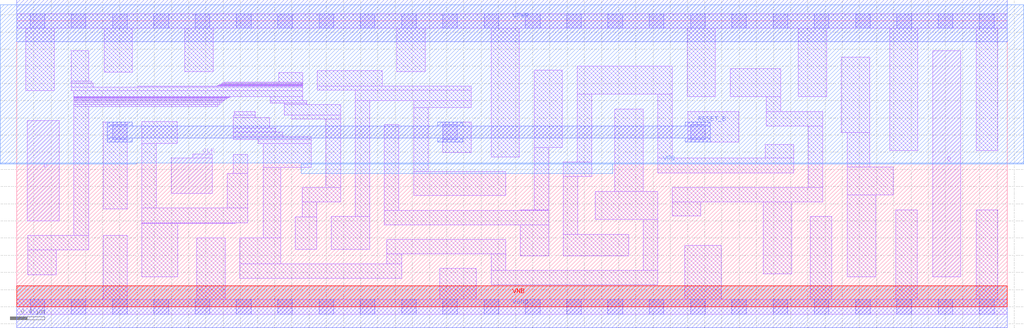
<source format=lef>
# Copyright 2020 The SkyWater PDK Authors
#
# Licensed under the Apache License, Version 2.0 (the "License");
# you may not use this file except in compliance with the License.
# You may obtain a copy of the License at
#
#     https://www.apache.org/licenses/LICENSE-2.0
#
# Unless required by applicable law or agreed to in writing, software
# distributed under the License is distributed on an "AS IS" BASIS,
# WITHOUT WARRANTIES OR CONDITIONS OF ANY KIND, either express or implied.
# See the License for the specific language governing permissions and
# limitations under the License.
#
# SPDX-License-Identifier: Apache-2.0

VERSION 5.7 ;
  NOWIREEXTENSIONATPIN ON ;
  DIVIDERCHAR "/" ;
  BUSBITCHARS "[]" ;
MACRO sky130_fd_sc_ls__dfrtp_2
  CLASS CORE ;
  FOREIGN sky130_fd_sc_ls__dfrtp_2 ;
  ORIGIN  0.000000  0.000000 ;
  SIZE  11.52000 BY  3.330000 ;
  SYMMETRY X Y R90 ;
  SITE unit ;
  PIN D
    ANTENNAGATEAREA  0.126000 ;
    DIRECTION INPUT ;
    USE SIGNAL ;
    PORT
      LAYER li1 ;
        RECT 0.125000 1.000000 0.495000 2.170000 ;
    END
  END D
  PIN Q
    ANTENNADIFFAREA  0.543200 ;
    DIRECTION OUTPUT ;
    USE SIGNAL ;
    PORT
      LAYER li1 ;
        RECT 10.650000 0.350000 10.980000 2.980000 ;
    END
  END Q
  PIN RESET_B
    ANTENNAGATEAREA  0.378000 ;
    DIRECTION INPUT ;
    USE SIGNAL ;
    PORT
      LAYER met1 ;
        RECT 1.055000 1.920000 1.345000 1.965000 ;
        RECT 1.055000 1.965000 8.065000 2.105000 ;
        RECT 1.055000 2.105000 1.345000 2.150000 ;
        RECT 4.895000 1.920000 5.185000 1.965000 ;
        RECT 4.895000 2.105000 5.185000 2.150000 ;
        RECT 7.775000 1.920000 8.065000 1.965000 ;
        RECT 7.775000 2.105000 8.065000 2.150000 ;
    END
  END RESET_B
  PIN CLK
    ANTENNAGATEAREA  0.261000 ;
    DIRECTION INPUT ;
    USE CLOCK ;
    PORT
      LAYER li1 ;
        RECT 1.795000 1.320000 2.275000 1.730000 ;
        RECT 2.045000 1.730000 2.275000 1.780000 ;
    END
  END CLK
  PIN VGND
    DIRECTION INOUT ;
    SHAPE ABUTMENT ;
    USE GROUND ;
    PORT
      LAYER met1 ;
        RECT 0.000000 -0.245000 11.520000 0.245000 ;
    END
  END VGND
  PIN VNB
    DIRECTION INOUT ;
    USE GROUND ;
    PORT
      LAYER pwell ;
        RECT 0.000000 0.000000 11.520000 0.245000 ;
    END
  END VNB
  PIN VPB
    DIRECTION INOUT ;
    USE POWER ;
    PORT
      LAYER nwell ;
        RECT -0.190000 1.660000  1.390000 1.675000 ;
        RECT -0.190000 1.675000 11.710000 3.520000 ;
        RECT  3.310000 1.555000  6.930000 1.660000 ;
        RECT  3.310000 1.660000 11.710000 1.675000 ;
    END
  END VPB
  PIN VPWR
    DIRECTION INOUT ;
    SHAPE ABUTMENT ;
    USE POWER ;
    PORT
      LAYER met1 ;
        RECT 0.000000 3.085000 11.520000 3.575000 ;
    END
  END VPWR
  OBS
    LAYER li1 ;
      RECT  0.000000 -0.085000 11.520000 0.085000 ;
      RECT  0.000000  3.245000 11.520000 3.415000 ;
      RECT  0.105000  2.520000  0.435000 3.245000 ;
      RECT  0.130000  0.370000  0.460000 0.660000 ;
      RECT  0.130000  0.660000  0.835000 0.830000 ;
      RECT  0.635000  2.520000  3.325000 2.560000 ;
      RECT  0.635000  2.560000  0.890000 2.605000 ;
      RECT  0.635000  2.605000  0.870000 2.630000 ;
      RECT  0.635000  2.630000  0.835000 2.980000 ;
      RECT  0.665000  0.830000  0.835000 2.330000 ;
      RECT  0.665000  2.330000  2.340000 2.355000 ;
      RECT  0.665000  2.355000  2.360000 2.380000 ;
      RECT  0.665000  2.380000  2.385000 2.395000 ;
      RECT  0.665000  2.395000  2.405000 2.405000 ;
      RECT  0.665000  2.405000  2.420000 2.420000 ;
      RECT  0.665000  2.420000  2.440000 2.430000 ;
      RECT  0.665000  2.430000  2.460000 2.435000 ;
      RECT  0.665000  2.435000  2.470000 2.440000 ;
      RECT  0.665000  2.440000  2.485000 2.445000 ;
      RECT  0.665000  2.445000  3.325000 2.520000 ;
      RECT  1.005000  0.085000  1.285000 0.830000 ;
      RECT  1.005000  1.140000  1.285000 2.150000 ;
      RECT  1.015000  2.730000  1.345000 3.245000 ;
      RECT  1.405000  2.560000  3.325000 2.570000 ;
      RECT  1.455000  0.350000  1.875000 0.970000 ;
      RECT  1.455000  0.970000  2.540000 0.975000 ;
      RECT  1.455000  0.975000  2.685000 1.150000 ;
      RECT  1.455000  1.150000  1.625000 1.900000 ;
      RECT  1.455000  1.900000  1.865000 2.160000 ;
      RECT  1.955000  2.740000  2.285000 3.245000 ;
      RECT  2.095000  0.085000  2.425000 0.800000 ;
      RECT  2.330000  2.570000  3.325000 2.575000 ;
      RECT  2.345000  2.575000  3.325000 2.580000 ;
      RECT  2.355000  2.580000  3.325000 2.585000 ;
      RECT  2.365000  2.585000  3.325000 2.590000 ;
      RECT  2.375000  2.590000  3.325000 2.595000 ;
      RECT  2.390000  2.595000  3.325000 2.605000 ;
      RECT  2.405000  2.605000  3.325000 2.615000 ;
      RECT  2.445000  1.150000  2.685000 1.550000 ;
      RECT  2.515000  1.550000  2.685000 1.775000 ;
      RECT  2.515000  1.945000  3.425000 1.985000 ;
      RECT  2.515000  1.985000  3.095000 2.035000 ;
      RECT  2.515000  2.035000  3.010000 2.080000 ;
      RECT  2.515000  2.080000  2.940000 2.205000 ;
      RECT  2.515000  2.205000  2.775000 2.230000 ;
      RECT  2.530000  2.230000  2.775000 2.275000 ;
      RECT  2.595000  0.330000  4.475000 0.500000 ;
      RECT  2.595000  0.500000  3.070000 0.805000 ;
      RECT  2.810000  1.900000  3.425000 1.945000 ;
      RECT  2.865000  0.805000  3.070000 1.625000 ;
      RECT  2.865000  1.625000  3.425000 1.900000 ;
      RECT  2.945000  2.375000  3.370000 2.400000 ;
      RECT  2.945000  2.400000  3.325000 2.445000 ;
      RECT  3.045000  2.615000  3.325000 2.725000 ;
      RECT  3.110000  2.230000  3.765000 2.355000 ;
      RECT  3.110000  2.355000  3.370000 2.375000 ;
      RECT  3.200000  2.185000  3.765000 2.230000 ;
      RECT  3.240000  0.670000  3.490000 1.045000 ;
      RECT  3.320000  1.045000  3.490000 1.220000 ;
      RECT  3.320000  1.220000  3.765000 1.390000 ;
      RECT  3.495000  2.525000  5.285000 2.570000 ;
      RECT  3.495000  2.570000  4.250000 2.750000 ;
      RECT  3.595000  1.390000  3.765000 2.185000 ;
      RECT  3.660000  0.670000  4.105000 1.050000 ;
      RECT  3.935000  1.050000  4.105000 2.400000 ;
      RECT  3.935000  2.400000  5.285000 2.525000 ;
      RECT  4.275000  0.955000  6.185000 1.125000 ;
      RECT  4.275000  1.125000  4.445000 2.125000 ;
      RECT  4.305000  0.500000  4.475000 0.615000 ;
      RECT  4.305000  0.615000  5.685000 0.785000 ;
      RECT  4.420000  2.740000  4.750000 3.245000 ;
      RECT  4.615000  1.295000  5.685000 1.575000 ;
      RECT  4.615000  1.575000  4.785000 2.320000 ;
      RECT  4.615000  2.320000  5.285000 2.400000 ;
      RECT  4.920000  0.085000  5.345000 0.445000 ;
      RECT  4.955000  1.795000  5.285000 2.150000 ;
      RECT  5.515000  0.255000  7.455000 0.425000 ;
      RECT  5.515000  0.425000  5.685000 0.615000 ;
      RECT  5.515000  1.745000  5.845000 3.245000 ;
      RECT  5.855000  0.595000  6.185000 0.955000 ;
      RECT  5.855000  1.125000  6.185000 1.130000 ;
      RECT  6.015000  1.130000  6.185000 1.855000 ;
      RECT  6.015000  1.855000  6.345000 2.755000 ;
      RECT  6.355000  0.595000  7.115000 0.845000 ;
      RECT  6.355000  0.845000  6.525000 1.515000 ;
      RECT  6.355000  1.515000  6.685000 1.685000 ;
      RECT  6.515000  1.685000  6.685000 2.475000 ;
      RECT  6.515000  2.475000  7.625000 2.805000 ;
      RECT  6.725000  1.015000  7.455000 1.345000 ;
      RECT  6.955000  1.345000  7.285000 2.305000 ;
      RECT  7.285000  0.425000  7.455000 1.015000 ;
      RECT  7.455000  1.560000  9.035000 1.730000 ;
      RECT  7.455000  1.730000  7.625000 2.475000 ;
      RECT  7.625000  1.060000  7.955000 1.220000 ;
      RECT  7.625000  1.220000  9.375000 1.390000 ;
      RECT  7.770000  0.085000  8.190000 0.715000 ;
      RECT  7.795000  2.445000  8.125000 3.245000 ;
      RECT  7.805000  1.920000  8.395000 2.275000 ;
      RECT  8.295000  2.445000  8.885000 2.775000 ;
      RECT  8.680000  0.385000  9.010000 1.220000 ;
      RECT  8.705000  1.730000  9.035000 1.890000 ;
      RECT  8.715000  2.105000  9.375000 2.275000 ;
      RECT  8.715000  2.275000  8.885000 2.445000 ;
      RECT  9.090000  2.445000  9.420000 3.245000 ;
      RECT  9.205000  1.390000  9.375000 2.105000 ;
      RECT  9.230000  0.085000  9.480000 1.050000 ;
      RECT  9.590000  2.030000  9.920000 2.905000 ;
      RECT  9.660000  0.350000  9.990000 1.300000 ;
      RECT  9.660000  1.300000 10.190000 1.630000 ;
      RECT  9.660000  1.630000  9.920000 2.030000 ;
      RECT 10.150000  1.820000 10.480000 3.245000 ;
      RECT 10.220000  0.085000 10.470000 1.130000 ;
      RECT 11.155000  1.820000 11.405000 3.245000 ;
      RECT 11.160000  0.085000 11.410000 1.130000 ;
    LAYER mcon ;
      RECT  0.155000 -0.085000  0.325000 0.085000 ;
      RECT  0.155000  3.245000  0.325000 3.415000 ;
      RECT  0.635000 -0.085000  0.805000 0.085000 ;
      RECT  0.635000  3.245000  0.805000 3.415000 ;
      RECT  1.115000 -0.085000  1.285000 0.085000 ;
      RECT  1.115000  1.950000  1.285000 2.120000 ;
      RECT  1.115000  3.245000  1.285000 3.415000 ;
      RECT  1.595000 -0.085000  1.765000 0.085000 ;
      RECT  1.595000  3.245000  1.765000 3.415000 ;
      RECT  2.075000 -0.085000  2.245000 0.085000 ;
      RECT  2.075000  3.245000  2.245000 3.415000 ;
      RECT  2.555000 -0.085000  2.725000 0.085000 ;
      RECT  2.555000  3.245000  2.725000 3.415000 ;
      RECT  3.035000 -0.085000  3.205000 0.085000 ;
      RECT  3.035000  3.245000  3.205000 3.415000 ;
      RECT  3.515000 -0.085000  3.685000 0.085000 ;
      RECT  3.515000  3.245000  3.685000 3.415000 ;
      RECT  3.995000 -0.085000  4.165000 0.085000 ;
      RECT  3.995000  3.245000  4.165000 3.415000 ;
      RECT  4.475000 -0.085000  4.645000 0.085000 ;
      RECT  4.475000  3.245000  4.645000 3.415000 ;
      RECT  4.955000 -0.085000  5.125000 0.085000 ;
      RECT  4.955000  1.950000  5.125000 2.120000 ;
      RECT  4.955000  3.245000  5.125000 3.415000 ;
      RECT  5.435000 -0.085000  5.605000 0.085000 ;
      RECT  5.435000  3.245000  5.605000 3.415000 ;
      RECT  5.915000 -0.085000  6.085000 0.085000 ;
      RECT  5.915000  3.245000  6.085000 3.415000 ;
      RECT  6.395000 -0.085000  6.565000 0.085000 ;
      RECT  6.395000  3.245000  6.565000 3.415000 ;
      RECT  6.875000 -0.085000  7.045000 0.085000 ;
      RECT  6.875000  3.245000  7.045000 3.415000 ;
      RECT  7.355000 -0.085000  7.525000 0.085000 ;
      RECT  7.355000  3.245000  7.525000 3.415000 ;
      RECT  7.835000 -0.085000  8.005000 0.085000 ;
      RECT  7.835000  1.950000  8.005000 2.120000 ;
      RECT  7.835000  3.245000  8.005000 3.415000 ;
      RECT  8.315000 -0.085000  8.485000 0.085000 ;
      RECT  8.315000  3.245000  8.485000 3.415000 ;
      RECT  8.795000 -0.085000  8.965000 0.085000 ;
      RECT  8.795000  3.245000  8.965000 3.415000 ;
      RECT  9.275000 -0.085000  9.445000 0.085000 ;
      RECT  9.275000  3.245000  9.445000 3.415000 ;
      RECT  9.755000 -0.085000  9.925000 0.085000 ;
      RECT  9.755000  3.245000  9.925000 3.415000 ;
      RECT 10.235000 -0.085000 10.405000 0.085000 ;
      RECT 10.235000  3.245000 10.405000 3.415000 ;
      RECT 10.715000 -0.085000 10.885000 0.085000 ;
      RECT 10.715000  3.245000 10.885000 3.415000 ;
      RECT 11.195000 -0.085000 11.365000 0.085000 ;
      RECT 11.195000  3.245000 11.365000 3.415000 ;
  END
END sky130_fd_sc_ls__dfrtp_2
END LIBRARY

</source>
